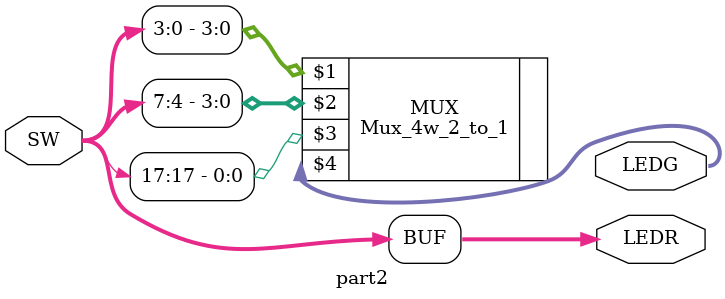
<source format=sv>
module part2(SW,LEDG,LEDR);
   input [17:0]SW;
   output [3:0]LEDG;
   output [17:0]LEDR;
   assign LEDR = SW;
//x y s m
   Mux_4w_2_to_1 MUX(SW[3:0],SW[7:4],SW[17],LEDG[3:0]);
endmodule

</source>
